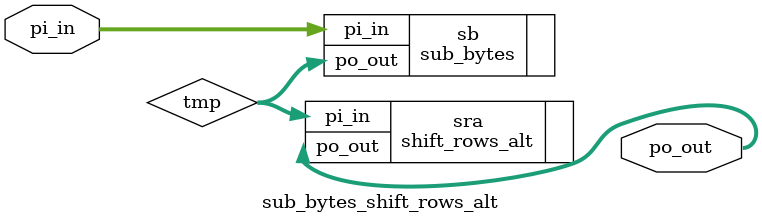
<source format=v>
module sub_bytes_shift_rows_alt (
    // input ports
    input [127:0] pi_in,
    // output ports
    output [127:0] po_out
);

    // internal signal
wire [127:0] tmp;

sub_bytes sb (.pi_in(pi_in), .po_out(tmp));

shift_rows_alt sra (.pi_in(tmp), .po_out(po_out));

endmodule

</source>
